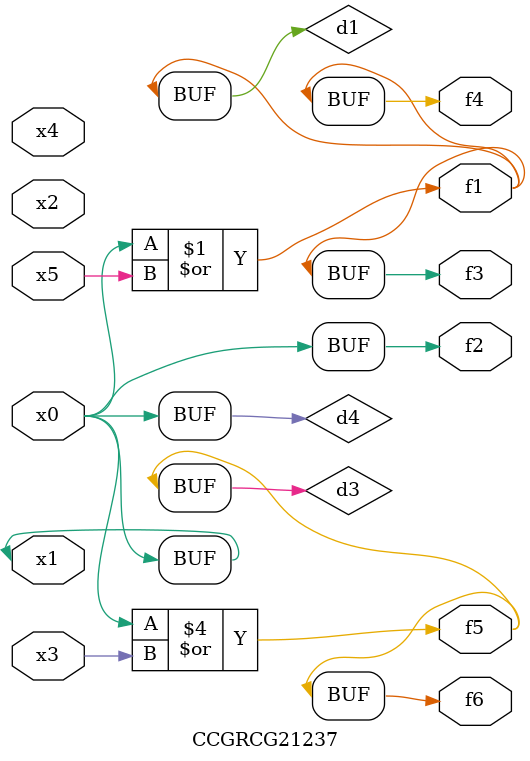
<source format=v>
module CCGRCG21237(
	input x0, x1, x2, x3, x4, x5,
	output f1, f2, f3, f4, f5, f6
);

	wire d1, d2, d3, d4;

	or (d1, x0, x5);
	xnor (d2, x1, x4);
	or (d3, x0, x3);
	buf (d4, x0, x1);
	assign f1 = d1;
	assign f2 = d4;
	assign f3 = d1;
	assign f4 = d1;
	assign f5 = d3;
	assign f6 = d3;
endmodule

</source>
